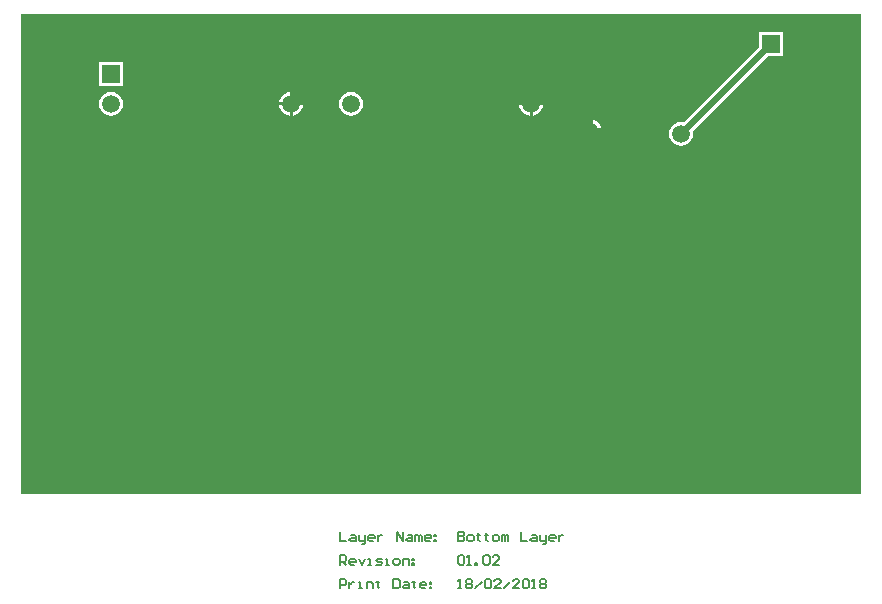
<source format=gbl>
%FSLAX25Y25*%
%MOIN*%
G70*
G01*
G75*
G04 Layer_Physical_Order=2*
G04 Layer_Color=16711680*
%ADD10C,0.03937*%
%ADD11C,0.01000*%
%ADD12C,0.01969*%
%ADD13C,0.00787*%
%ADD14C,0.04724*%
%ADD15R,0.04724X0.04724*%
%ADD16R,0.06000X0.06000*%
%ADD17C,0.06000*%
%ADD18R,0.05906X0.05906*%
%ADD19C,0.05906*%
%ADD20R,0.05906X0.05906*%
%ADD21C,0.07087*%
%ADD22C,0.03543*%
%ADD23C,0.19685*%
G36*
X280000Y160000D02*
Y0D01*
X0D01*
Y160000D01*
X0Y160000D01*
D01*
D01*
D01*
X0Y160000D01*
X280000D01*
X280000Y160000D01*
D02*
G37*
%LPC*%
G36*
X93921Y129500D02*
X90500D01*
Y126079D01*
X91032Y126149D01*
X91993Y126547D01*
X92819Y127181D01*
X93453Y128007D01*
X93851Y128968D01*
X93921Y129500D01*
D02*
G37*
G36*
X89500Y133921D02*
X88968Y133851D01*
X88007Y133453D01*
X87181Y132819D01*
X86547Y131993D01*
X86149Y131032D01*
X86079Y130500D01*
X89500D01*
Y133921D01*
D02*
G37*
G36*
X173921Y129500D02*
X170500D01*
Y126079D01*
X171032Y126149D01*
X171993Y126547D01*
X172819Y127181D01*
X173453Y128007D01*
X173851Y128968D01*
X173921Y129500D01*
D02*
G37*
G36*
X169500D02*
X166079D01*
X166149Y128968D01*
X166547Y128007D01*
X167181Y127181D01*
X168007Y126547D01*
X168968Y126149D01*
X169500Y126079D01*
Y129500D01*
D02*
G37*
G36*
X30000Y133987D02*
X28968Y133851D01*
X28007Y133453D01*
X27181Y132819D01*
X26547Y131993D01*
X26149Y131032D01*
X26013Y130000D01*
X26149Y128968D01*
X26547Y128007D01*
X27181Y127181D01*
X28007Y126547D01*
X28968Y126149D01*
X30000Y126013D01*
X31032Y126149D01*
X31993Y126547D01*
X32819Y127181D01*
X33453Y128007D01*
X33851Y128968D01*
X33987Y130000D01*
X33851Y131032D01*
X33453Y131993D01*
X32819Y132819D01*
X31993Y133453D01*
X31032Y133851D01*
X30000Y133987D01*
D02*
G37*
G36*
X253953Y153953D02*
X246047D01*
Y148908D01*
X220995Y123856D01*
X220000Y123987D01*
X218968Y123851D01*
X218007Y123453D01*
X217181Y122819D01*
X216547Y121993D01*
X216149Y121032D01*
X216013Y120000D01*
X216149Y118968D01*
X216547Y118007D01*
X217181Y117181D01*
X218007Y116547D01*
X218968Y116149D01*
X220000Y116013D01*
X221032Y116149D01*
X221993Y116547D01*
X222819Y117181D01*
X223453Y118007D01*
X223851Y118968D01*
X223987Y120000D01*
X223856Y120995D01*
X248908Y146047D01*
X253953D01*
Y153953D01*
D02*
G37*
G36*
X190500Y124762D02*
Y121937D01*
X193325D01*
X193276Y122315D01*
X192937Y123133D01*
X192398Y123835D01*
X191696Y124374D01*
X190878Y124713D01*
X190500Y124762D01*
D02*
G37*
G36*
X110000Y133987D02*
X108968Y133851D01*
X108007Y133453D01*
X107181Y132819D01*
X106547Y131993D01*
X106149Y131032D01*
X106013Y130000D01*
X106149Y128968D01*
X106547Y128007D01*
X107181Y127181D01*
X108007Y126547D01*
X108968Y126149D01*
X110000Y126013D01*
X111032Y126149D01*
X111993Y126547D01*
X112819Y127181D01*
X113453Y128007D01*
X113851Y128968D01*
X113987Y130000D01*
X113851Y131032D01*
X113453Y131993D01*
X112819Y132819D01*
X111993Y133453D01*
X111032Y133851D01*
X110000Y133987D01*
D02*
G37*
G36*
X33953Y143953D02*
X26047D01*
Y136047D01*
X33953D01*
Y143953D01*
D02*
G37*
G36*
X89500Y129500D02*
X86079D01*
X86149Y128968D01*
X86547Y128007D01*
X87181Y127181D01*
X88007Y126547D01*
X88968Y126149D01*
X89500Y126079D01*
Y129500D01*
D02*
G37*
%LPD*%
G36*
X107413Y112997D02*
X107181Y112819D01*
X106547Y111993D01*
X106149Y111032D01*
X106013Y110000D01*
X106149Y108968D01*
X106547Y108007D01*
X107181Y107181D01*
X107413Y107003D01*
X107252Y106529D01*
X92748D01*
X92587Y107003D01*
X92819Y107181D01*
X93453Y108007D01*
X93851Y108968D01*
X93987Y110000D01*
X93851Y111032D01*
X93453Y111993D01*
X92819Y112819D01*
X92587Y112997D01*
X92748Y113471D01*
X107252D01*
X107413Y112997D01*
D02*
G37*
G36*
X211005Y14332D02*
X210784Y13884D01*
X210000Y13987D01*
X208968Y13851D01*
X208504Y13659D01*
X201529Y20633D01*
Y23154D01*
X201991Y23346D01*
X211005Y14332D01*
D02*
G37*
G36*
X206116Y90784D02*
X206013Y90000D01*
X206149Y88968D01*
X206341Y88504D01*
X201419Y83581D01*
X201087Y83085D01*
X200971Y82500D01*
Y67320D01*
X200523Y66977D01*
X200079Y66398D01*
X199800Y65724D01*
X199704Y65000D01*
X199721Y64871D01*
X199462Y64722D01*
X199029Y64972D01*
Y84367D01*
X205668Y91005D01*
X206116Y90784D01*
D02*
G37*
G36*
X206547Y98007D02*
X207181Y97181D01*
X207440Y96982D01*
X207327Y96495D01*
X206915Y96413D01*
X206419Y96081D01*
X196419Y86081D01*
X196087Y85585D01*
X195971Y85000D01*
Y64820D01*
X195523Y64477D01*
X195079Y63898D01*
X194800Y63224D01*
X194704Y62500D01*
X194721Y62371D01*
X194462Y62222D01*
X194029Y62472D01*
Y86866D01*
X205633Y98471D01*
X206355D01*
X206547Y98007D01*
D02*
G37*
G36*
X193810Y90973D02*
X191419Y88581D01*
X191087Y88085D01*
X190971Y87500D01*
Y86453D01*
X184269D01*
X184078Y86915D01*
X188134Y90971D01*
X192500D01*
X193085Y91087D01*
X193493Y91359D01*
X193810Y90973D01*
D02*
G37*
G36*
X49721Y40129D02*
X49704Y40000D01*
X49778Y39441D01*
X48919Y38581D01*
X48587Y38085D01*
X48471Y37500D01*
Y13645D01*
X48007Y13453D01*
X47525Y13083D01*
X47077Y13304D01*
Y39381D01*
X47453Y39711D01*
X47500Y39704D01*
X48224Y39800D01*
X48898Y40079D01*
X49288Y40379D01*
X49721Y40129D01*
D02*
G37*
D10*
X170000Y90000D02*
X190000Y110000D01*
Y113563D01*
D11*
X42500Y142500D02*
X50000D01*
X35000Y150000D02*
X42500Y142500D01*
X35000Y25000D02*
X40000Y20000D01*
X35000Y25000D02*
Y35000D01*
X5000Y30000D02*
X12500D01*
X25000Y35000D02*
Y75000D01*
X85000Y85000D02*
X102500D01*
X95000Y55000D02*
X120000D01*
X90000Y60000D02*
X95000Y55000D01*
X177500Y52500D02*
Y80000D01*
X197500Y62500D02*
Y85000D01*
Y60000D02*
Y62500D01*
X202500Y65000D02*
Y82500D01*
Y25000D02*
Y65000D01*
X207500Y67500D02*
Y77500D01*
X197500Y60000D02*
X200000Y57500D01*
Y20000D02*
Y57500D01*
X192500Y60000D02*
Y87500D01*
Y60000D02*
X197500Y55000D01*
Y12500D02*
Y55000D01*
X207500Y77500D02*
X220000Y90000D01*
X177500Y80000D02*
X182500Y85000D01*
Y87500D01*
X187500Y92500D01*
X192500D01*
X185000Y95000D02*
X190000D01*
X177500Y87500D02*
X185000Y95000D01*
X75000Y15000D02*
Y40000D01*
Y15000D02*
X80000Y10000D01*
X65000Y15000D02*
Y40000D01*
X45547Y40547D02*
X47500Y42500D01*
X50000Y37500D02*
X52500Y40000D01*
X50000Y10000D02*
Y37500D01*
X2500Y32500D02*
X5000Y30000D01*
X2500Y32500D02*
Y72500D01*
X10000Y80000D01*
X190000Y95000D02*
X205000Y110000D01*
X210000D01*
X192500Y92500D02*
X205000Y105000D01*
X215000D01*
X220000Y110000D01*
X205000Y100000D02*
X210000D01*
X192500Y87500D02*
X205000Y100000D01*
X215000Y95000D02*
X220000Y100000D01*
X207500Y95000D02*
X215000D01*
X197500Y85000D02*
X207500Y95000D01*
X202500Y82500D02*
X210000Y90000D01*
X202500Y25000D02*
X217500Y10000D01*
X220000D01*
X200000Y20000D02*
X210000Y10000D01*
X197500Y12500D02*
X200000Y10000D01*
X115000Y115000D02*
X117500Y117500D01*
X87500Y115000D02*
X115000D01*
X80000Y107500D02*
X87500Y115000D01*
X80000Y105000D02*
Y107500D01*
X115000Y105000D02*
X122500Y112500D01*
X87500Y105000D02*
X115000D01*
X80000Y97500D02*
X87500Y105000D01*
X80000Y95000D02*
Y97500D01*
X48703Y5000D02*
X55000D01*
X45547Y8156D02*
Y40547D01*
Y8156D02*
X48703Y5000D01*
X30000Y40000D02*
X35000Y35000D01*
X25000D02*
X30000Y30000D01*
X65000Y15000D02*
X70000Y10000D01*
X55000Y5000D02*
X60000Y10000D01*
X122000Y102000D02*
Y107000D01*
X110000Y90000D02*
X122000Y102000D01*
D12*
X182500Y17500D02*
Y25000D01*
Y17500D02*
X190000Y10000D01*
X220000Y120000D02*
X250000Y150000D01*
D13*
X106299Y-12599D02*
Y-15748D01*
X108398D01*
X109973Y-13649D02*
X111022D01*
X111547Y-14174D01*
Y-15748D01*
X109973D01*
X109448Y-15223D01*
X109973Y-14698D01*
X111547D01*
X112596Y-13649D02*
Y-15223D01*
X113121Y-15748D01*
X114696D01*
Y-16273D01*
X114171Y-16798D01*
X113646D01*
X114696Y-15748D02*
Y-13649D01*
X117319Y-15748D02*
X116270D01*
X115745Y-15223D01*
Y-14174D01*
X116270Y-13649D01*
X117319D01*
X117844Y-14174D01*
Y-14698D01*
X115745D01*
X118894Y-13649D02*
Y-15748D01*
Y-14698D01*
X119418Y-14174D01*
X119943Y-13649D01*
X120468D01*
X125191Y-15748D02*
Y-12599D01*
X127290Y-15748D01*
Y-12599D01*
X128864Y-13649D02*
X129914D01*
X130438Y-14174D01*
Y-15748D01*
X128864D01*
X128339Y-15223D01*
X128864Y-14698D01*
X130438D01*
X131488Y-15748D02*
Y-13649D01*
X132013D01*
X132537Y-14174D01*
Y-15748D01*
Y-14174D01*
X133062Y-13649D01*
X133587Y-14174D01*
Y-15748D01*
X136211D02*
X135161D01*
X134636Y-15223D01*
Y-14174D01*
X135161Y-13649D01*
X136211D01*
X136736Y-14174D01*
Y-14698D01*
X134636D01*
X137785Y-13649D02*
X138310D01*
Y-14174D01*
X137785D01*
Y-13649D01*
Y-15223D02*
X138310D01*
Y-15748D01*
X137785D01*
Y-15223D01*
X106299Y-23622D02*
Y-20473D01*
X107873D01*
X108398Y-20998D01*
Y-22048D01*
X107873Y-22572D01*
X106299D01*
X107349D02*
X108398Y-23622D01*
X111022D02*
X109973D01*
X109448Y-23097D01*
Y-22048D01*
X109973Y-21523D01*
X111022D01*
X111547Y-22048D01*
Y-22572D01*
X109448D01*
X112596Y-21523D02*
X113646Y-23622D01*
X114696Y-21523D01*
X115745Y-23622D02*
X116795D01*
X116270D01*
Y-21523D01*
X115745D01*
X118369Y-23622D02*
X119943D01*
X120468Y-23097D01*
X119943Y-22572D01*
X118894D01*
X118369Y-22048D01*
X118894Y-21523D01*
X120468D01*
X121517Y-23622D02*
X122567D01*
X122042D01*
Y-21523D01*
X121517D01*
X124666Y-23622D02*
X125715D01*
X126240Y-23097D01*
Y-22048D01*
X125715Y-21523D01*
X124666D01*
X124141Y-22048D01*
Y-23097D01*
X124666Y-23622D01*
X127290D02*
Y-21523D01*
X128864D01*
X129389Y-22048D01*
Y-23622D01*
X130438Y-21523D02*
X130963D01*
Y-22048D01*
X130438D01*
Y-21523D01*
Y-23097D02*
X130963D01*
Y-23622D01*
X130438D01*
Y-23097D01*
X106299Y-31496D02*
Y-28348D01*
X107873D01*
X108398Y-28872D01*
Y-29922D01*
X107873Y-30446D01*
X106299D01*
X109448Y-29397D02*
Y-31496D01*
Y-30446D01*
X109973Y-29922D01*
X110497Y-29397D01*
X111022D01*
X112596Y-31496D02*
X113646D01*
X113121D01*
Y-29397D01*
X112596D01*
X115220Y-31496D02*
Y-29397D01*
X116795D01*
X117319Y-29922D01*
Y-31496D01*
X118894Y-28872D02*
Y-29397D01*
X118369D01*
X119418D01*
X118894D01*
Y-30971D01*
X119418Y-31496D01*
X124141Y-28348D02*
Y-31496D01*
X125715D01*
X126240Y-30971D01*
Y-28872D01*
X125715Y-28348D01*
X124141D01*
X127815Y-29397D02*
X128864D01*
X129389Y-29922D01*
Y-31496D01*
X127815D01*
X127290Y-30971D01*
X127815Y-30446D01*
X129389D01*
X130963Y-28872D02*
Y-29397D01*
X130438D01*
X131488D01*
X130963D01*
Y-30971D01*
X131488Y-31496D01*
X134636D02*
X133587D01*
X133062Y-30971D01*
Y-29922D01*
X133587Y-29397D01*
X134636D01*
X135161Y-29922D01*
Y-30446D01*
X133062D01*
X136211Y-29397D02*
X136736D01*
Y-29922D01*
X136211D01*
Y-29397D01*
Y-30971D02*
X136736D01*
Y-31496D01*
X136211D01*
Y-30971D01*
X145669Y-31496D02*
X146719D01*
X146194D01*
Y-28348D01*
X145669Y-28872D01*
X148293D02*
X148818Y-28348D01*
X149867D01*
X150392Y-28872D01*
Y-29397D01*
X149867Y-29922D01*
X150392Y-30446D01*
Y-30971D01*
X149867Y-31496D01*
X148818D01*
X148293Y-30971D01*
Y-30446D01*
X148818Y-29922D01*
X148293Y-29397D01*
Y-28872D01*
X148818Y-29922D02*
X149867D01*
X151442Y-31496D02*
X153541Y-29397D01*
X154590Y-28872D02*
X155115Y-28348D01*
X156165D01*
X156689Y-28872D01*
Y-30971D01*
X156165Y-31496D01*
X155115D01*
X154590Y-30971D01*
Y-28872D01*
X159838Y-31496D02*
X157739D01*
X159838Y-29397D01*
Y-28872D01*
X159313Y-28348D01*
X158264D01*
X157739Y-28872D01*
X160888Y-31496D02*
X162987Y-29397D01*
X166135Y-31496D02*
X164036D01*
X166135Y-29397D01*
Y-28872D01*
X165610Y-28348D01*
X164561D01*
X164036Y-28872D01*
X167185D02*
X167709Y-28348D01*
X168759D01*
X169284Y-28872D01*
Y-30971D01*
X168759Y-31496D01*
X167709D01*
X167185Y-30971D01*
Y-28872D01*
X170333Y-31496D02*
X171383D01*
X170858D01*
Y-28348D01*
X170333Y-28872D01*
X172957D02*
X173482Y-28348D01*
X174531D01*
X175056Y-28872D01*
Y-29397D01*
X174531Y-29922D01*
X175056Y-30446D01*
Y-30971D01*
X174531Y-31496D01*
X173482D01*
X172957Y-30971D01*
Y-30446D01*
X173482Y-29922D01*
X172957Y-29397D01*
Y-28872D01*
X173482Y-29922D02*
X174531D01*
X145669Y-20998D02*
X146194Y-20473D01*
X147244D01*
X147768Y-20998D01*
Y-23097D01*
X147244Y-23622D01*
X146194D01*
X145669Y-23097D01*
Y-20998D01*
X148818Y-23622D02*
X149867D01*
X149343D01*
Y-20473D01*
X148818Y-20998D01*
X151442Y-23622D02*
Y-23097D01*
X151967D01*
Y-23622D01*
X151442D01*
X154066Y-20998D02*
X154590Y-20473D01*
X155640D01*
X156165Y-20998D01*
Y-23097D01*
X155640Y-23622D01*
X154590D01*
X154066Y-23097D01*
Y-20998D01*
X159313Y-23622D02*
X157214D01*
X159313Y-21523D01*
Y-20998D01*
X158788Y-20473D01*
X157739D01*
X157214Y-20998D01*
X145669Y-12599D02*
Y-15748D01*
X147244D01*
X147768Y-15223D01*
Y-14698D01*
X147244Y-14174D01*
X145669D01*
X147244D01*
X147768Y-13649D01*
Y-13124D01*
X147244Y-12599D01*
X145669D01*
X149343Y-15748D02*
X150392D01*
X150917Y-15223D01*
Y-14174D01*
X150392Y-13649D01*
X149343D01*
X148818Y-14174D01*
Y-15223D01*
X149343Y-15748D01*
X152491Y-13124D02*
Y-13649D01*
X151967D01*
X153016D01*
X152491D01*
Y-15223D01*
X153016Y-15748D01*
X155115Y-13124D02*
Y-13649D01*
X154590D01*
X155640D01*
X155115D01*
Y-15223D01*
X155640Y-15748D01*
X157739D02*
X158788D01*
X159313Y-15223D01*
Y-14174D01*
X158788Y-13649D01*
X157739D01*
X157214Y-14174D01*
Y-15223D01*
X157739Y-15748D01*
X160363D02*
Y-13649D01*
X160888D01*
X161412Y-14174D01*
Y-15748D01*
Y-14174D01*
X161937Y-13649D01*
X162462Y-14174D01*
Y-15748D01*
X166660Y-12599D02*
Y-15748D01*
X168759D01*
X170333Y-13649D02*
X171383D01*
X171907Y-14174D01*
Y-15748D01*
X170333D01*
X169808Y-15223D01*
X170333Y-14698D01*
X171907D01*
X172957Y-13649D02*
Y-15223D01*
X173482Y-15748D01*
X175056D01*
Y-16273D01*
X174531Y-16798D01*
X174007D01*
X175056Y-15748D02*
Y-13649D01*
X177680Y-15748D02*
X176630D01*
X176106Y-15223D01*
Y-14174D01*
X176630Y-13649D01*
X177680D01*
X178205Y-14174D01*
Y-14698D01*
X176106D01*
X179254Y-13649D02*
Y-15748D01*
Y-14698D01*
X179779Y-14174D01*
X180304Y-13649D01*
X180829D01*
D14*
X190000Y121437D02*
D03*
X230000Y28189D02*
D03*
Y51811D02*
D03*
X240000D02*
D03*
Y28189D02*
D03*
X250000Y51811D02*
D03*
Y28189D02*
D03*
D15*
X190000Y113563D02*
D03*
D16*
X190000Y145000D02*
D03*
X215000D02*
D03*
D17*
X200000D02*
D03*
X225000D02*
D03*
D18*
X120000Y150000D02*
D03*
X250000D02*
D03*
X190000Y10000D02*
D03*
X40000D02*
D03*
X170000Y50000D02*
D03*
D19*
X110000Y150000D02*
D03*
X240000D02*
D03*
X10000Y80000D02*
D03*
Y70000D02*
D03*
Y60000D02*
D03*
Y50000D02*
D03*
Y40000D02*
D03*
Y110000D02*
D03*
X200000Y10000D02*
D03*
X210000D02*
D03*
X220000D02*
D03*
X230000D02*
D03*
X240000D02*
D03*
X50000D02*
D03*
X60000D02*
D03*
X70000D02*
D03*
X80000D02*
D03*
X90000D02*
D03*
X270000Y40000D02*
D03*
Y50000D02*
D03*
Y60000D02*
D03*
X187500Y72500D02*
D03*
X85000Y150000D02*
D03*
X75000D02*
D03*
X65000D02*
D03*
X55000D02*
D03*
X45000D02*
D03*
X35000D02*
D03*
X30000Y30000D02*
D03*
Y40000D02*
D03*
Y50000D02*
D03*
Y60000D02*
D03*
Y70000D02*
D03*
Y80000D02*
D03*
Y90000D02*
D03*
Y100000D02*
D03*
Y110000D02*
D03*
Y120000D02*
D03*
Y130000D02*
D03*
X90000D02*
D03*
Y120000D02*
D03*
Y110000D02*
D03*
Y100000D02*
D03*
Y90000D02*
D03*
Y80000D02*
D03*
Y70000D02*
D03*
Y60000D02*
D03*
Y50000D02*
D03*
Y40000D02*
D03*
Y30000D02*
D03*
X80000Y105000D02*
D03*
Y95000D02*
D03*
X70000Y30000D02*
D03*
X80000D02*
D03*
X60000D02*
D03*
X220000Y120000D02*
D03*
X210000Y110000D02*
D03*
X220000D02*
D03*
X210000Y100000D02*
D03*
X220000D02*
D03*
X210000Y90000D02*
D03*
X220000D02*
D03*
X170000Y130000D02*
D03*
X110000D02*
D03*
X170000Y120000D02*
D03*
Y110000D02*
D03*
Y100000D02*
D03*
Y90000D02*
D03*
Y80000D02*
D03*
Y70000D02*
D03*
Y60000D02*
D03*
X110000Y120000D02*
D03*
Y110000D02*
D03*
Y100000D02*
D03*
Y90000D02*
D03*
Y80000D02*
D03*
Y70000D02*
D03*
Y60000D02*
D03*
Y50000D02*
D03*
D20*
X10000Y90000D02*
D03*
Y120000D02*
D03*
X270000Y30000D02*
D03*
X187500Y82500D02*
D03*
X30000Y140000D02*
D03*
X90000D02*
D03*
X210000Y120000D02*
D03*
D21*
X208858Y52795D02*
D03*
Y27205D02*
D03*
X191142D02*
D03*
Y52795D02*
D03*
D22*
X50000Y142500D02*
D03*
X40000Y20000D02*
D03*
X12500Y30000D02*
D03*
X182500Y25000D02*
D03*
X25000Y75000D02*
D03*
X85000Y85000D02*
D03*
X102500D02*
D03*
X120000Y55000D02*
D03*
X177500Y52500D02*
D03*
X207500Y67500D02*
D03*
X202500Y65000D02*
D03*
X197500Y62500D02*
D03*
X192500Y60000D02*
D03*
X177500Y87500D02*
D03*
X75000Y40000D02*
D03*
X65000D02*
D03*
X52500D02*
D03*
X47500Y42500D02*
D03*
X117500Y117500D02*
D03*
X122500Y112500D02*
D03*
X122000Y107000D02*
D03*
D23*
X268189Y11811D02*
D03*
Y148189D02*
D03*
X11811D02*
D03*
Y11811D02*
D03*
M02*

</source>
